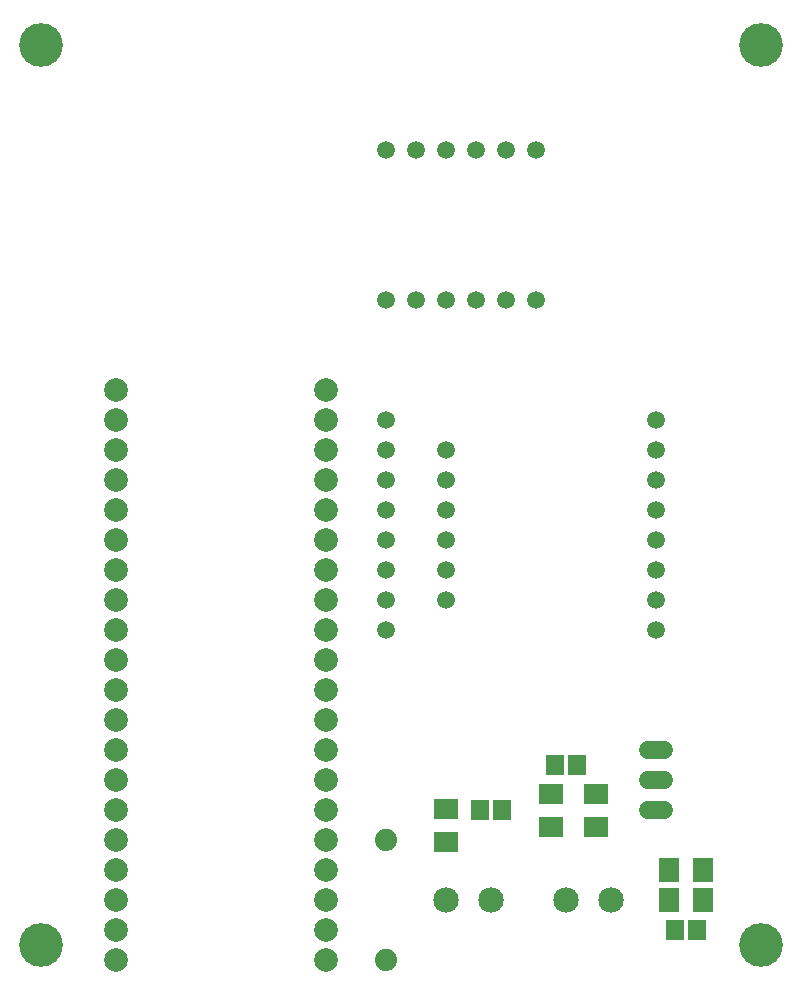
<source format=gbr>
G04 EAGLE Gerber RS-274X export*
G75*
%MOMM*%
%FSLAX34Y34*%
%LPD*%
%INSoldermask Bottom*%
%IPPOS*%
%AMOC8*
5,1,8,0,0,1.08239X$1,22.5*%
G01*
%ADD10C,3.703200*%
%ADD11R,2.003200X1.803200*%
%ADD12R,1.803200X2.003200*%
%ADD13C,1.879600*%
%ADD14R,2.006200X1.803200*%
%ADD15C,2.153200*%
%ADD16R,1.503200X1.703200*%
%ADD17C,1.511200*%
%ADD18C,2.003200*%
%ADD19C,1.511200*%


D10*
X38100Y800100D03*
X38100Y38100D03*
X647700Y38100D03*
X647700Y800100D03*
D11*
X508000Y138400D03*
X508000Y166400D03*
X469900Y138400D03*
X469900Y166400D03*
D12*
X570200Y76200D03*
X598200Y76200D03*
X570200Y101600D03*
X598200Y101600D03*
D13*
X330200Y25400D03*
X330200Y127000D03*
D14*
X381000Y153920D03*
X381000Y125480D03*
D15*
X482600Y76200D03*
X520700Y76200D03*
X381000Y76200D03*
X419100Y76200D03*
D16*
X593700Y50800D03*
X574700Y50800D03*
X492100Y190500D03*
X473100Y190500D03*
X428600Y152400D03*
X409600Y152400D03*
D17*
X552260Y203200D02*
X565340Y203200D01*
X565340Y177800D02*
X552260Y177800D01*
X552260Y152400D02*
X565340Y152400D01*
D18*
X101600Y279400D03*
X101600Y254000D03*
X101600Y228600D03*
X101600Y203200D03*
X101600Y177800D03*
X101600Y152400D03*
X101600Y127000D03*
X101600Y101600D03*
X101600Y76200D03*
X101600Y50800D03*
X101600Y25400D03*
X279400Y25400D03*
X279400Y50800D03*
X279400Y76200D03*
X279400Y101600D03*
X279400Y127000D03*
X279400Y152400D03*
X279400Y177800D03*
X279400Y203200D03*
X279400Y228600D03*
X279400Y254000D03*
X279400Y279400D03*
X279400Y304800D03*
X279400Y330200D03*
X279400Y355600D03*
X279400Y381000D03*
X279400Y406400D03*
X101600Y304800D03*
X101600Y330200D03*
X101600Y355600D03*
X101600Y381000D03*
X101600Y406400D03*
X101600Y431800D03*
X101600Y457200D03*
X101600Y482600D03*
X101600Y508000D03*
X279400Y431800D03*
X279400Y457200D03*
X279400Y482600D03*
X279400Y508000D03*
D19*
X330200Y304800D03*
X330200Y330200D03*
X330200Y355600D03*
X330200Y381000D03*
X330200Y406400D03*
X330200Y431800D03*
X330200Y457200D03*
X330200Y482600D03*
X381000Y330200D03*
X381000Y355600D03*
X381000Y381000D03*
X381000Y406400D03*
X381000Y431800D03*
X381000Y457200D03*
X558800Y304800D03*
X558800Y330200D03*
X558800Y355600D03*
X558800Y381000D03*
X558800Y406400D03*
X558800Y431800D03*
X558800Y457200D03*
X558800Y482600D03*
X330200Y711200D03*
X355600Y711200D03*
X381000Y711200D03*
X406400Y711200D03*
X431800Y711200D03*
X457200Y711200D03*
X330200Y584200D03*
X355600Y584200D03*
X381000Y584200D03*
X406400Y584200D03*
X431800Y584200D03*
X457200Y584200D03*
M02*

</source>
